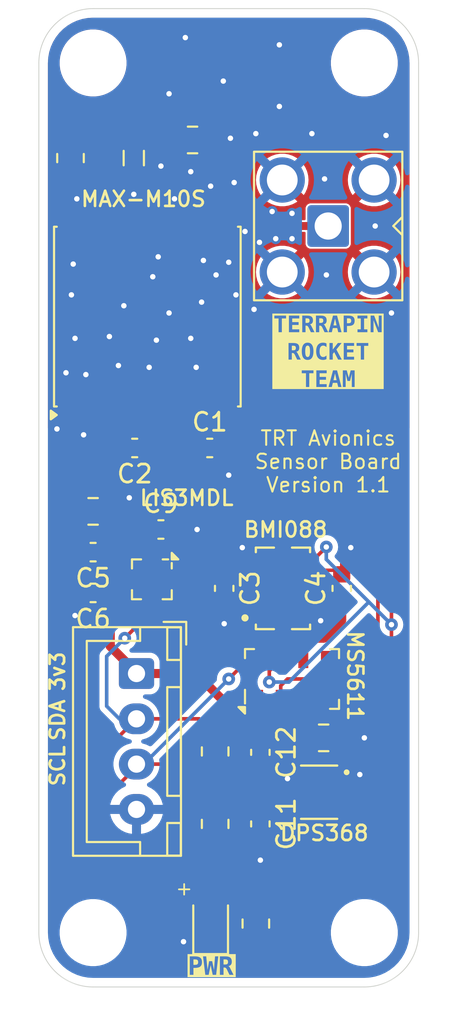
<source format=kicad_pcb>
(kicad_pcb (version 20240108) (generator "pcbnew") (generator_version "8.0")
  (layers (0 "F.Cu" signal) (31 "B.Cu" signal) (34 "B.Paste" user) (35 "F.Paste" user) (36 "B.SilkS" user "B.Silkscreen") (37 "F.SilkS" user "F.Silkscreen") (38 "B.Mask" user) (39 "F.Mask" user) (44 "Edge.Cuts" user))
  (net 0 "")
  (net 1 "GND")
  (net 2 "+3.3V")
  (net 3 "/RF_IN")
  (net 4 "/Antenna Power")
  (net 5 "Net-(U2-C1)")
  (net 7 "/VCC_RF")
  (net 13 "SCL1")
  (net 14 "SDA1")
  (net 27 "Net-(D1-A)")
  (footprint "Capacitor_SMD:C_0603_1608Metric" (layer "F.Cu") (at 99.25 79 -90)
    (property "Reference" "C3" (at 0 -1.43 -90) (layer "F.SilkS"))
    (property "Value" "100n")
    (pad "1" smd roundrect (at -0.775 0 270) (size 0.9 0.95) (layers "F.Cu" "F.Paste" "F.Mask") (net 2 "+3.3V"))
    (pad "2" smd roundrect (at 0.775 0 270) (size 0.9 0.95) (layers "F.Cu" "F.Paste" "F.Mask") (net 1 "GND"))
  )
  (footprint "LED_SMD:LED_0805_2012Metric" (layer "F.Cu") (at 98.5 97.5 90)
    (property "Reference" "D1" (hide yes))
    (property "Value" "PWR" (hide yes))
    (pad "1" smd roundrect (at -0.9375 0 90) (size 0.975 1.4) (layers "F.Cu" "F.Paste" "F.Mask") (net 1 "GND"))
    (pad "2" smd roundrect (at 0.9375 0 90) (size 0.975 1.4) (layers "F.Cu" "F.Paste" "F.Mask") (net 27 "Net-(D1-A)"))
  )
  (footprint "BMI088:PQFN50P450X300X100-16N" (layer "F.Cu") (at 102.5 79 90)
    (property "Reference" "U1" (hide yes))
    (property "Value" "BMI088")
    (pad "1" smd rect (at -1.5 -1.165 90) (size 0.35 0.59) (layers "F.Cu" "F.Paste" "F.Mask"))
    (pad "2" smd rect (at -1 -1.165 90) (size 0.35 0.59) (layers "F.Cu" "F.Paste" "F.Mask") (net 1 "GND"))
    (pad "3" smd rect (at -0.5 -1.165 90) (size 0.35 0.59) (layers "F.Cu" "F.Paste" "F.Mask") (net 2 "+3.3V"))
    (pad "4" smd rect (at 0 -1.165 90) (size 0.35 0.59) (layers "F.Cu" "F.Paste" "F.Mask") (net 1 "GND"))
    (pad "5" smd rect (at 0.5 -1.165 90) (size 0.35 0.59) (layers "F.Cu" "F.Paste" "F.Mask"))
    (pad "6" smd rect (at 1 -1.165 90) (size 0.35 0.59) (layers "F.Cu" "F.Paste" "F.Mask") (net 1 "GND"))
    (pad "7" smd rect (at 1.5 -1.165 90) (size 0.35 0.59) (layers "F.Cu" "F.Paste" "F.Mask") (net 2 "+3.3V"))
    (pad "8" smd rect (at 1.915 0 90) (size 0.59 0.35) (layers "F.Cu" "F.Paste" "F.Mask") (net 13 "SCL1"))
    (pad "9" smd rect (at 1.5 1.165 90) (size 0.35 0.59) (layers "F.Cu" "F.Paste" "F.Mask") (net 14 "SDA1"))
    (pad "10" smd rect (at 1 1.165 90) (size 0.35 0.59) (layers "F.Cu" "F.Paste" "F.Mask") (net 1 "GND"))
    (pad "11" smd rect (at 0.5 1.165 90) (size 0.35 0.59) (layers "F.Cu" "F.Paste" "F.Mask") (net 2 "+3.3V"))
    (pad "12" smd rect (at 0 1.165 90) (size 0.35 0.59) (layers "F.Cu" "F.Paste" "F.Mask"))
    (pad "13" smd rect (at -0.5 1.165 90) (size 0.35 0.59) (layers "F.Cu" "F.Paste" "F.Mask"))
    (pad "14" smd rect (at -1 1.165 90) (size 0.35 0.59) (layers "F.Cu" "F.Paste" "F.Mask") (net 2 "+3.3V"))
    (pad "15" smd rect (at -1.5 1.165 90) (size 0.35 0.59) (layers "F.Cu" "F.Paste" "F.Mask") (net 1 "GND"))
    (pad "16" smd rect (at -1.915 0 90) (size 0.59 0.35) (layers "F.Cu" "F.Paste" "F.Mask"))
  )
  (footprint "Capacitor_SMD:C_0805_2012Metric" (layer "F.Cu") (at 104.75 87.25)
    (property "Reference" "C10" (hide yes))
    (property "Value" "100n")
    (pad "1" smd roundrect (at -0.95 0) (size 1 1.45) (layers "F.Cu" "F.Paste" "F.Mask") (net 2 "+3.3V"))
    (pad "2" smd roundrect (at 0.95 0) (size 1 1.45) (layers "F.Cu" "F.Paste" "F.Mask") (net 1 "GND"))
  )
  (footprint "MountingHole:MountingHole_3.2mm_M3" (layer "F.Cu") (at 92 50)
    (property "Reference" "H2" (hide yes))
    (property "Value" "MountingHole")
    (pad "" np_thru_hole circle (at 0 0) (size 3.2 3.2) (drill 3.2) (layers "*.Cu" "*.Mask"))
  )
  (footprint "Capacitor_SMD:C_0603_1608Metric" (layer "F.Cu") (at 95.75 75.75)
    (property "Reference" "C9" (at 0 -1.43 0) (layer "F.SilkS"))
    (property "Value" "100n")
    (pad "1" smd roundrect (at -0.775 0) (size 0.9 0.95) (layers "F.Cu" "F.Paste" "F.Mask") (net 5 "Net-(U2-C1)"))
    (pad "2" smd roundrect (at 0.775 0) (size 0.9 0.95) (layers "F.Cu" "F.Paste" "F.Mask") (net 1 "GND"))
  )
  (footprint "Inductor_SMD:L_0805_2012Metric" (layer "F.Cu") (at 94.25 55.25 -90)
    (property "Reference" "L1" (hide yes))
    (property "Value" "27n")
    (pad "1" smd roundrect (at -1.0625 0 270) (size 0.875 1.2) (layers "F.Cu" "F.Paste" "F.Mask") (net 4 "/Antenna Power"))
    (pad "2" smd roundrect (at 1.0625 0 270) (size 0.875 1.2) (layers "F.Cu" "F.Paste" "F.Mask") (net 3 "/RF_IN"))
  )
  (footprint "Capacitor_SMD:C_0805_2012Metric" (layer "F.Cu") (at 97.5 54.25)
    (property "Reference" "C8" (hide yes))
    (property "Value" "10n")
    (pad "1" smd roundrect (at -0.95 0) (size 1 1.45) (layers "F.Cu" "F.Paste" "F.Mask") (net 4 "/Antenna Power"))
    (pad "2" smd roundrect (at 0.95 0) (size 1 1.45) (layers "F.Cu" "F.Paste" "F.Mask") (net 1 "GND"))
  )
  (footprint "Resistor_SMD:R_0805_2012Metric" (layer "F.Cu") (at 101 97.5 90)
    (property "Reference" "R2" (hide yes))
    (property "Value" "2k")
    (pad "1" smd roundrect (at -0.9125 0 90) (size 1.025 1.4) (layers "F.Cu" "F.Paste" "F.Mask") (roundrect_rratio 0.243902) (net 2 "+3.3V"))
    (pad "2" smd roundrect (at 0.9125 0 90) (size 1.025 1.4) (layers "F.Cu" "F.Paste" "F.Mask") (roundrect_rratio 0.243902) (net 27 "Net-(D1-A)"))
  )
  (footprint "MountingHole:MountingHole_3.2mm_M3" (layer "F.Cu") (at 107 98)
    (property "Reference" "H4" (hide yes))
    (property "Value" "MountingHole")
    (pad "" np_thru_hole circle (at 0 0) (size 3.2 3.2) (drill 3.2) (layers "*.Cu" "*.Mask"))
  )
  (footprint "Capacitor_SMD:C_0603_1608Metric" (layer "F.Cu") (at 92 79.25 180)
    (property "Reference" "C6" (at 0 -1.43 180) (layer "F.SilkS"))
    (property "Value" "100n")
    (pad "1" smd roundrect (at -0.775 0 180) (size 0.9 0.95) (layers "F.Cu" "F.Paste" "F.Mask") (net 2 "+3.3V"))
    (pad "2" smd roundrect (at 0.775 0 180) (size 0.9 0.95) (layers "F.Cu" "F.Paste" "F.Mask") (net 1 "GND"))
  )
  (footprint "Resistor_SMD:R_0805_2012Metric" (layer "F.Cu") (at 98.75 88 90)
    (property "Reference" "R3" (hide yes))
    (property "Value" "4k7")
    (pad "1" smd roundrect (at -0.9125 0 90) (size 1.025 1.4) (layers "F.Cu" "F.Paste" "F.Mask") (roundrect_rratio 0.243902) (net 2 "+3.3V"))
    (pad "2" smd roundrect (at 0.9125 0 90) (size 1.025 1.4) (layers "F.Cu" "F.Paste" "F.Mask") (roundrect_rratio 0.243902) (net 14 "SDA1"))
  )
  (footprint "Capacitor_SMD:C_0603_1608Metric" (layer "F.Cu") (at 94.3 71.25 180)
    (property "Reference" "C2" (at 0 -1.43 180) (layer "F.SilkS"))
    (property "Value" "100n")
    (pad "1" smd roundrect (at -0.775 0 180) (size 0.9 0.95) (layers "F.Cu" "F.Paste" "F.Mask") (net 2 "+3.3V"))
    (pad "2" smd roundrect (at 0.775 0 180) (size 0.9 0.95) (layers "F.Cu" "F.Paste" "F.Mask") (net 1 "GND"))
  )
  (footprint "Package_LGA:LGA-8_3x5mm_P1.25mm" (layer "F.Cu") (at 103 84 90)
    (property "Reference" "U4" (hide yes))
    (property "Value" "MS5611-01BA")
    (pad "1" smd rect (at -1.075 -1.875 90) (size 0.95 0.55) (layers "F.Cu" "F.Paste" "F.Mask") (net 2 "+3.3V"))
    (pad "2" smd rect (at -1.075 -0.625 90) (size 0.95 0.55) (layers "F.Cu" "F.Paste" "F.Mask") (net 2 "+3.3V"))
    (pad "3" smd rect (at -1.075 0.625 90) (size 0.95 0.55) (layers "F.Cu" "F.Paste" "F.Mask") (net 1 "GND"))
    (pad "4" smd rect (at -1.075 1.875 90) (size 0.95 0.55) (layers "F.Cu" "F.Paste" "F.Mask") (net 2 "+3.3V"))
    (pad "5" smd rect (at 1.075 1.875 90) (size 0.95 0.55) (layers "F.Cu" "F.Paste" "F.Mask") (net 2 "+3.3V"))
    (pad "6" smd rect (at 1.075 0.625 90) (size 0.95 0.55) (layers "F.Cu" "F.Paste" "F.Mask"))
    (pad "7" smd rect (at 1.075 -0.625 90) (size 0.95 0.55) (layers "F.Cu" "F.Paste" "F.Mask") (net 14 "SDA1"))
    (pad "8" smd rect (at 1.075 -1.875 90) (size 0.95 0.55) (layers "F.Cu" "F.Paste" "F.Mask") (net 13 "SCL1"))
  )
  (footprint "Capacitor_SMD:C_0603_1608Metric" (layer "F.Cu") (at 101.25 88.05 -90)
    (property "Reference" "C12" (at 0 -1.43 -90) (layer "F.SilkS"))
    (property "Value" "100n")
    (pad "1" smd roundrect (at -0.775 0 270) (size 0.9 0.95) (layers "F.Cu" "F.Paste" "F.Mask") (net 2 "+3.3V"))
    (pad "2" smd roundrect (at 0.775 0 270) (size 0.9 0.95) (layers "F.Cu" "F.Paste" "F.Mask") (net 1 "GND"))
  )
  (footprint "Connector_JST:JST_XH_B4B-XH-A_1x04_P2.50mm_Vertical" (layer "F.Cu") (at 94.4 83.7 -90)
    (property "Reference" "J1" (hide yes))
    (property "Value" "I2C")
    (pad "1" thru_hole roundrect (at 0 0 270) (size 1.7 1.95) (drill 0.95) (layers "*.Cu" "*.Mask") (roundrect_rratio 0.147059) (net 2 "+3.3V"))
    (pad "2" thru_hole oval (at 2.5 0 270) (size 1.7 1.95) (drill 0.95) (layers "*.Cu" "*.Mask") (net 14 "SDA1"))
    (pad "3" thru_hole oval (at 5 0 270) (size 1.7 1.95) (drill 0.95) (layers "*.Cu" "*.Mask") (net 13 "SCL1"))
    (pad "4" thru_hole oval (at 7.5 0 270) (size 1.7 1.95) (drill 0.95) (layers "*.Cu" "*.Mask") (net 1 "GND"))
  )
  (footprint "MountingHole:MountingHole_3.2mm_M3" (layer "F.Cu") (at 92 98)
    (property "Reference" "H3" (hide yes))
    (property "Value" "MountingHole")
    (pad "" np_thru_hole circle (at 0 0) (size 3.2 3.2) (drill 3.2) (layers "*.Cu" "*.Mask"))
  )
  (footprint "Capacitor_SMD:C_0603_1608Metric" (layer "F.Cu") (at 105.75 79 90)
    (property "Reference" "C4" (at 0 -1.43 90) (layer "F.SilkS"))
    (property "Value" "100n")
    (pad "1" smd roundrect (at -0.775 0 90) (size 0.9 0.95) (layers "F.Cu" "F.Paste" "F.Mask") (net 2 "+3.3V"))
    (pad "2" smd roundrect (at 0.775 0 90) (size 0.9 0.95) (layers "F.Cu" "F.Paste" "F.Mask") (net 1 "GND"))
  )
  (footprint "Resistor_SMD:R_0805_2012Metric" (layer "F.Cu") (at 98.75 92 90)
    (property "Reference" "R4" (hide yes))
    (property "Value" "4k7")
    (pad "1" smd roundrect (at -0.9125 0 90) (size 1.025 1.4) (layers "F.Cu" "F.Paste" "F.Mask") (roundrect_rratio 0.243902) (net 2 "+3.3V"))
    (pad "2" smd roundrect (at 0.9125 0 90) (size 1.025 1.4) (layers "F.Cu" "F.Paste" "F.Mask") (roundrect_rratio 0.243902) (net 13 "SCL1"))
  )
  (footprint "Capacitor_SMD:C_0603_1608Metric" (layer "F.Cu") (at 92 77 180)
    (property "Reference" "C5" (at 0 -1.43 180) (layer "F.SilkS"))
    (property "Value" "100n")
    (pad "1" smd roundrect (at -0.775 0 180) (size 0.9 0.95) (layers "F.Cu" "F.Paste" "F.Mask") (net 2 "+3.3V"))
    (pad "2" smd roundrect (at 0.775 0 180) (size 0.9 0.95) (layers "F.Cu" "F.Paste" "F.Mask") (net 1 "GND"))
  )
  (footprint "Connector_Coaxial:SMA_Amphenol_901-143_Horizontal" (layer "F.Cu") (at 105 59 180)
    (property "Reference" "J2" (hide yes))
    (property "Value" "SMA")
    (pad "1" thru_hole roundrect (at 0 0 180) (size 2.3 2.3) (drill 1.5) (layers "*.Cu" "*.Mask") (roundrect_rratio 0.087) (net 3 "/RF_IN"))
    (pad "2" thru_hole circle (at -2.54 -2.54 180) (size 2.5 2.5) (drill 1.7) (layers "*.Cu" "*.Mask") (net 1 "GND"))
    (pad "2" thru_hole circle (at -2.54 2.54 180) (size 2.5 2.5) (drill 1.7) (layers "*.Cu" "*.Mask") (net 1 "GND"))
    (pad "2" thru_hole circle (at 2.54 -2.54 180) (size 2.5 2.5) (drill 1.7) (layers "*.Cu" "*.Mask") (net 1 "GND"))
    (pad "2" thru_hole circle (at 2.54 2.54 180) (size 2.5 2.5) (drill 1.7) (layers "*.Cu" "*.Mask") (net 1 "GND"))
  )
  (footprint "RF_GPS:ublox_MAX" (layer "F.Cu") (at 95 64 90)
    (property "Reference" "U3" (hide yes))
    (property "Value" "MAX-M10S")
    (pad "1" smd roundrect (at -4.75 -4.4 90) (size 1.8 0.7) (layers "F.Cu" "F.Paste" "F.Mask") (net 1 "GND"))
    (pad "2" smd roundrect (at -4.75 -3.3 90) (size 1.8 0.8) (layers "F.Cu" "F.Paste" "F.Mask"))
    (pad "3" smd roundrect (at -4.75 -2.2 90) (size 1.8 0.8) (layers "F.Cu" "F.Paste" "F.Mask"))
    (pad "4" smd roundrect (at -4.75 -1.1 90) (size 1.8 0.8) (layers "F.Cu" "F.Paste" "F.Mask"))
    (pad "5" smd roundrect (at -4.75 0 90) (size 1.8 0.8) (layers "F.Cu" "F.Paste" "F.Mask"))
    (pad "6" smd roundrect (at -4.75 1.1 90) (size 1.8 0.8) (layers "F.Cu" "F.Paste" "F.Mask"))
    (pad "7" smd roundrect (at -4.75 2.2 90) (size 1.8 0.8) (layers "F.Cu" "F.Paste" "F.Mask") (net 2 "+3.3V"))
    (pad "8" smd roundrect (at -4.75 3.3 90) (size 1.8 0.8) (layers "F.Cu" "F.Paste" "F.Mask") (net 2 "+3.3V"))
    (pad "9" smd roundrect (at -4.75 4.4 90) (size 1.8 0.7) (layers "F.Cu" "F.Paste" "F.Mask"))
    (pad "10" smd roundrect (at 4.75 4.4 90) (size 1.8 0.7) (layers "F.Cu" "F.Paste" "F.Mask") (net 1 "GND"))
    (pad "11" smd roundrect (at 4.75 3.3 90) (size 1.8 0.8) (layers "F.Cu" "F.Paste" "F.Mask") (net 3 "/RF_IN"))
    (pad "12" smd roundrect (at 4.75 2.2 90) (size 1.8 0.8) (layers "F.Cu" "F.Paste" "F.Mask") (net 1 "GND"))
    (pad "13" smd roundrect (at 4.75 1.1 90) (size 1.8 0.8) (layers "F.Cu" "F.Paste" "F.Mask"))
    (pad "14" smd roundrect (at 4.75 0 90) (size 1.8 0.8) (layers "F.Cu" "F.Paste" "F.Mask") (net 7 "/VCC_RF"))
    (pad "15" smd roundrect (at 4.75 -1.1 90) (size 1.8 0.8) (layers "F.Cu" "F.Paste" "F.Mask"))
    (pad "16" smd roundrect (at 4.75 -2.2 90) (size 1.8 0.8) (layers "F.Cu" "F.Paste" "F.Mask") (net 14 "SDA1"))
    (pad "17" smd roundrect (at 4.75 -3.3 90) (size 1.8 0.8) (layers "F.Cu" "F.Paste" "F.Mask") (net 13 "SCL1"))
    (pad "18" smd roundrect (at 4.75 -4.4 90) (size 1.8 0.7) (layers "F.Cu" "F.Paste" "F.Mask"))
  )
  (footprint "Capacitor_SMD:C_0805_2012Metric" (layer "F.Cu") (at 92 74.75)
    (property "Reference" "C7" (hide yes))
    (property "Value" "1u")
    (pad "1" smd roundrect (at -0.95 0) (size 1 1.45) (layers "F.Cu" "F.Paste" "F.Mask") (net 2 "+3.3V"))
    (pad "2" smd roundrect (at 0.95 0) (size 1 1.45) (layers "F.Cu" "F.Paste" "F.Mask") (net 1 "GND"))
  )
  (footprint "Resistor_SMD:R_0805_2012Metric" (layer "F.Cu") (at 90.75 55.25 90)
    (property "Reference" "R1" (hide yes))
    (property "Value" "10R")
    (pad "1" smd roundrect (at -0.9125 0 90) (size 1.025 1.4) (layers "F.Cu" "F.Paste" "F.Mask") (roundrect_rratio 0.243902) (net 7 "/VCC_RF"))
    (pad "2" smd roundrect (at 0.9125 0 90) (size 1.025 1.4) (layers "F.Cu" "F.Paste" "F.Mask") (roundrect_rratio 0.243902) (net 4 "/Antenna Power"))
  )
  (footprint "DPS310XTSA1:XDCR_DPS310XTSA1" (layer "F.Cu") (at 104.5 90.25)
    (property "Reference" "U5" (hide yes))
    (property "Value" "DPS368")
    (pad "1" smd rect (at 0.725 -0.975) (size 0.35 0.35) (layers "F.Cu" "F.Mask") (net 1 "GND"))
    (pad "2" smd rect (at 0.725 -0.325) (size 0.35 0.35) (layers "F.Cu" "F.Mask"))
    (pad "3" smd rect (at 0.725 0.325) (size 0.35 0.35) (layers "F.Cu" "F.Mask") (net 14 "SDA1"))
    (pad "4" smd rect (at 0.725 0.975) (size 0.35 0.35) (layers "F.Cu" "F.Mask") (net 13 "SCL1"))
    (pad "5" smd rect (at -0.725 0.975) (size 0.35 0.35) (layers "F.Cu" "F.Mask") (net 2 "+3.3V"))
    (pad "6" smd rect (at -0.725 0.325) (size 0.35 0.35) (layers "F.Cu" "F.Mask") (net 2 "+3.3V"))
    (pad "7" smd rect (at -0.725 -0.325) (size 0.35 0.35) (layers "F.Cu" "F.Mask") (net 1 "GND"))
    (pad "8" smd rect (at -0.725 -0.975) (size 0.35 0.35) (layers "F.Cu" "F.Mask") (net 2 "+3.3V"))
  )
  (footprint "MountingHole:MountingHole_3.2mm_M3" (layer "F.Cu") (at 107 50)
    (property "Reference" "H1" (hide yes))
    (property "Value" "MountingHole")
    (pad "" np_thru_hole circle (at 0 0) (size 3.2 3.2) (drill 3.2) (layers "*.Cu" "*.Mask"))
  )
  (footprint "Capacitor_SMD:C_0603_1608Metric" (layer "F.Cu") (at 101.25 92 -90)
    (property "Reference" "C11" (at 0 -1.43 -90) (layer "F.SilkS"))
    (property "Value" "100n")
    (pad "1" smd roundrect (at -0.775 0 270) (size 0.9 0.95) (layers "F.Cu" "F.Paste" "F.Mask") (net 2 "+3.3V"))
    (pad "2" smd roundrect (at 0.775 0 270) (size 0.9 0.95) (layers "F.Cu" "F.Paste" "F.Mask") (net 1 "GND"))
  )
  (footprint "Package_LGA:LGA-12_2x2mm_P0.5mm" (layer "F.Cu") (at 95.25 78.5 -90)
    (property "Reference" "U2" (hide yes))
    (property "Value" "LIS3MDL")
    (pad "1" smd rect (at -0.7625 -0.75 270) (size 0.375 0.35) (layers "F.Cu" "F.Paste" "F.Mask") (net 13 "SCL1"))
    (pad "2" smd rect (at -0.7625 -0.25 270) (size 0.375 0.35) (layers "F.Cu" "F.Paste" "F.Mask") (net 1 "GND"))
    (pad "3" smd rect (at -0.7625 0.25 270) (size 0.375 0.35) (layers "F.Cu" "F.Paste" "F.Mask") (net 1 "GND"))
    (pad "4" smd rect (at -0.7625 0.75 270) (size 0.375 0.35) (layers "F.Cu" "F.Paste" "F.Mask") (net 5 "Net-(U2-C1)"))
    (pad "5" smd rect (at -0.25 0.7625) (size 0.375 0.35) (layers "F.Cu" "F.Paste" "F.Mask") (net 2 "+3.3V"))
    (pad "6" smd rect (at 0.25 0.7625) (size 0.375 0.35) (layers "F.Cu" "F.Paste" "F.Mask") (net 2 "+3.3V"))
    (pad "7" smd rect (at 0.7625 0.75 270) (size 0.375 0.35) (layers "F.Cu" "F.Paste" "F.Mask"))
    (pad "8" smd rect (at 0.7625 0.25 270) (size 0.375 0.35) (layers "F.Cu" "F.Paste" "F.Mask"))
    (pad "9" smd rect (at 0.7625 -0.25 270) (size 0.375 0.35) (layers "F.Cu" "F.Paste" "F.Mask") (net 1 "GND"))
    (pad "10" smd rect (at 0.7625 -0.75 270) (size 0.375 0.35) (layers "F.Cu" "F.Paste" "F.Mask") (net 2 "+3.3V"))
    (pad "11" smd rect (at 0.25 -0.7625) (size 0.375 0.35) (layers "F.Cu" "F.Paste" "F.Mask") (net 14 "SDA1"))
    (pad "12" smd rect (at -0.25 -0.7625) (size 0.375 0.35) (layers "F.Cu" "F.Paste" "F.Mask") (net 1 "GND"))
  )
  (footprint "Capacitor_SMD:C_0603_1608Metric" (layer "F.Cu") (at 98.45 71.25)
    (property "Reference" "C1" (at 0 -1.43 0) (layer "F.SilkS"))
    (property "Value" "100n")
    (pad "1" smd roundrect (at -0.775 0) (size 0.9 0.95) (layers "F.Cu" "F.Paste" "F.Mask") (net 2 "+3.3V"))
    (pad "2" smd roundrect (at 0.775 0) (size 0.9 0.95) (layers "F.Cu" "F.Paste" "F.Mask") (net 1 "GND"))
  )
  (gr_line (start 107 47) (end 92 47) (stroke (width 0.05)) (layer "Edge.Cuts"))
  (gr_arc (start 89 50) (mid 89.87868 47.87868) (end 92 47) (stroke (width 0.05)) (layer "Edge.Cuts"))
  (gr_arc (start 92 101) (mid 89.87868 100.12132) (end 89 98) (stroke (width 0.05)) (layer "Edge.Cuts"))
  (gr_arc (start 107 47) (mid 109.12132 47.87868) (end 110 50) (stroke (width 0.05)) (layer "Edge.Cuts"))
  (gr_line (start 92 101) (end 107 101) (stroke (width 0.05)) (layer "Edge.Cuts"))
  (gr_arc (start 110 98) (mid 109.12132 100.12132) (end 107 101) (stroke (width 0.05)) (layer "Edge.Cuts"))
  (gr_line (start 89 50) (end 89 98) (stroke (width 0.05)) (layer "Edge.Cuts"))
  (gr_line (start 110 98) (end 110 50) (stroke (width 0.05)) (layer "Edge.Cuts"))
  (gr_text "SDA" (at 90.5 87.5 90) (layer "F.SilkS") (effects (font (size 0.8 0.8) (thickness 0.153)) (justify left bottom)))
  (gr_text "+" (at 96.5 96 0) (layer "F.SilkS") (effects (font (size 0.7634 0.7634) (thickness 0.095425)) (justify left bottom)))
  (gr_text "LIS3MDL\n" (at 94.5 74.5 0) (layer "F.SilkS") (effects (font (size 0.8396 0.8396) (thickness 0.1464) (bold yes)) (justify left bottom)))
  (gr_text "DPS368" (at 102.25 93 0) (layer "F.SilkS") (effects (font (size 0.8396 0.8396) (thickness 0.1464) (bold yes)) (justify left bottom)))
  (gr_text "SCL" (at 90.5 90 90) (layer "F.SilkS") (effects (font (size 0.8 0.8) (thickness 0.153)) (justify left bottom)))
  (gr_text "3v3" (at 90.5 84.75 90) (layer "F.SilkS") (effects (font (size 0.8 0.8) (thickness 0.153)) (justify left bottom)))
  (gr_text "PWR" (at 98.5 100.5 0) (layer "F.SilkS" knockout) (effects (font (size 1 1) (thickness 0.25) (bold yes)) (justify bottom)))
  (gr_text "MS5611\n" (at 106 81.25 270) (layer "F.SilkS") (effects (font (size 0.8396 0.8396) (thickness 0.1464) (bold yes)) (justify left bottom)))
  (gr_text "MAX-M10S" (at 91.25 58 0) (layer "F.SilkS") (effects (font (size 0.8396 0.8396) (thickness 0.1464)) (justify left bottom)))
  (gr_text "BMI088" (at 100.25 76.25 0) (layer "F.SilkS") (effects (font (size 0.8396 0.8396) (thickness 0.1464) (bold yes)) (justify left bottom)))
  (gr_text "TERRAPIN\nROCKET\nTEAM" (at 105 66 0) (layer "F.SilkS" knockout) (effects (font (size 0.9 0.9) (thickness 0.225) (bold yes))))
  (gr_text "TRT Avionics\nSensor Board\nVersion 1.1" (at 105 72 0) (layer "F.SilkS") (effects (font (size 0.8 0.8) (thickness 0.1125))))
  (segment (start 101.25 89) (end 102.25 89) (width 0.2) (layer "F.Cu") (net 1))
  (segment (start 103.175 89.925) (end 103.775 89.925) (width 0.2) (layer "F.Cu") (net 1))
  (segment (start 91.05 80.45) (end 91 80.5) (width 0.5) (layer "F.Cu") (net 1))
  (segment (start 107 87.25) (end 105.7 87.25) (width 0.5) (layer "F.Cu") (net 1))
  (segment (start 101.335 78) (end 100.5 78) (width 0.2) (layer "F.Cu") (net 1))
  (segment (start 95.55 78.25) (end 95.5 78.2) (width 0.2) (layer "F.Cu") (net 1))
  (segment (start 96.7 75.75) (end 97.75 75.75) (width 0.2) (layer "F.Cu") (net 1))
  (segment (start 90.6 69.65) (end 92.2 71.25) (width 0.5) (layer "F.Cu") (net 1))
  (segment (start 100.5 77) (end 100.5 78.734314) (width 0.2) (layer "F.Cu") (net 1))
  (segment (start 100.5 77) (end 100.25 76.75) (width 0.2) (layer "F.Cu") (net 1))
  (segment (start 96.0125 78.25) (end 95.55 78.25) (width 0.2) (layer "F.Cu") (net 1))
  (segment (start 91.05 77) (end 91.05 79.25) (width 0.5) (layer "F.Cu") (net 1))
  (segment (start 104.3 86.05) (end 104.3 85.3) (width 0.2) (layer "F.Cu") (net 1))
  (segment (start 104.075 85.075) (end 103.625 85.075) (width 0.2) (layer "F.Cu") (net 1))
  (segment (start 99.4 71.25) (end 99.4 72.65) (width 0.5) (layer "F.Cu") (net 1))
  (segment (start 105.7 78) (end 105.75 78.05) (width 0.19) (layer "F.Cu") (net 1))
  (segment (start 97 98.5) (end 98.5 98.5) (width 0.5) (layer "F.Cu") (net 1))
  (segment (start 92.95 74.75) (end 93.25 74.75) (width 0.5) (layer "F.Cu") (net 1))
  (segment (start 105.7 86.95) (end 105 86.25) (width 0.2) (layer "F.Cu") (net 1))
  (segment (start 99.4 72.65) (end 99.5 72.75) (width 0.5) (layer "F.Cu") (net 1))
  (segment (start 102.25 89) (end 103.175 89.925) (width 0.2) (layer "F.Cu") (net 1))
  (segment (start 91.05 79.25) (end 91.05 80.45) (width 0.5) (layer "F.Cu") (net 1))
  (segment (start 95.5 78.2) (end 95.5 77.7375) (width 0.2) (layer "F.Cu") (net 1))
  (segment (start 101.335 80) (end 99.3 80) (width 0.2) (layer "F.Cu") (net 1))
  (segment (start 95.5 79.2625) (end 95.5 77.7375) (width 0.2) (layer "F.Cu") (net 1))
  (segment (start 90.6 68.75) (end 90.6 69.65) (width 0.5) (layer "F.Cu") (net 1))
  (segment (start 93.25 74.75) (end 94 74) (width 0.5) (layer "F.Cu") (net 1))
  (segment (start 104.3 80.5) (end 104.584314 80.784314) (width 0.2) (layer "F.Cu") (net 1))
  (segment (start 101.25 92.95) (end 101.25 94) (width 0.5) (layer "F.Cu") (net 1))
  (segment (start 103.665 80.5) (end 104.3 80.5) (width 0.2) (layer "F.Cu") (net 1))
  (segment (start 96.7 75.75) (end 95.5 76.95) (width 0.2) (layer "F.Cu") (net 1))
  (segment (start 100.5 78.734314) (end 100.765686 79) (width 0.2) (layer "F.Cu") (net 1))
  (segment (start 105.75 77.25) (end 106.25 76.75) (width 0.19) (layer "F.Cu") (net 1))
  (segment (start 100.765686 79) (end 101.335 79) (width 0.2) (layer "F.Cu") (net 1))
  (segment (start 95.5 76.95) (end 95.5 77.7375) (width 0.2) (layer "F.Cu") (net 1))
  (segment (start 92.2 71.25) (end 93.35 71.25) (width 0.5) (layer "F.Cu") (net 1))
  (segment (start 104.5 86.25) (end 104.3 86.05) (width 0.2) (layer "F.Cu") (net 1))
  (segment (start 106.75 89.275) (end 105.225 89.275) (width 0.2) (layer "F.Cu") (net 1))
  (segment (start 105 86.25) (end 104.5 86.25) (width 0.2) (layer "F.Cu") (net 1))
  (segment (start 95 77.7375) (end 95.5 77.7375) (width 0.2) (layer "F.Cu") (net 1))
  (segment (start 105.75 78.05) (end 105.75 77.25) (width 0.19) (layer "F.Cu") (net 1))
  (segment (start 103.665 78) (end 105.7 78) (width 0.19) (layer "F.Cu") (net 1))
  (segment (start 104.3 85.3) (end 104.075 85.075) (width 0.2) (layer "F.Cu") (net 1))
  (segment (start 99.25 79.95) (end 99.25 80.95) (width 0.2) (layer "F.Cu") (net 1))
  (via (at 95.75 55.6925) (size 0.6) (drill 0.3) (layers "F.Cu" "B.Cu") (net 1))
  (via (at 107.6 59) (size 0.6) (drill 0.3) (layers "F.Cu" "B.Cu") (net 1))
  (via (at 99.5 61) (size 0.6) (drill 0.3) (layers "F.Cu" "B.Cu") (net 1))
  (via (at 104.9 61.7) (size 0.6) (drill 0.3) (layers "F.Cu" "B.Cu") (net 1))
  (via (at 101 53.9) (size 0.6) (drill 0.3) (layers "F.Cu" "B.Cu") (net 1))
  (via (at 100.25 76.75) (size 0.7) (drill 0.3) (layers "F.Cu" "B.Cu") (net 1))
  (via (at 95.3 61.8) (size 0.6) (drill 0.3) (layers "F.Cu" "B.Cu") (net 1))
  (via (at 91 65.2) (size 0.6) (drill 0.3) (layers "F.Cu" "B.Cu") (net 1))
  (via (at 94 74) (size 0.7) (drill 0.3) (layers "F.Cu" "B.Cu") (net 1))
  (via (at 104.584314 80.784314) (size 0.7) (drill 0.3) (layers "F.Cu" "B.Cu") (net 1))
  (via (at 98.8 61.7) (size 0.6) (drill 0.3) (layers "F.Cu" "B.Cu") (net 1))
  (via (at 91.475 70.525) (size 0.7) (drill 0.3) (layers "F.Cu" "B.Cu") (net 1))
  (via (at 103 58.3) (size 0.6) (drill 0.3) (layers "F.Cu" "B.Cu") (net 1))
  (via (at 99.5 72.75) (size 0.7) (drill 0.3) (layers "F.Cu" "B.Cu") (net 1))
  (via (at 106.75 89.275) (size 0.7) (drill 0.3) (layers "F.Cu" "B.Cu") (net 1))
  (via (at 98 63.2) (size 0.6) (drill 0.3) (layers "F.Cu" "B.Cu") (net 1))
  (via (at 97.4 65.2) (size 0.6) (drill 0.3) (layers "F.Cu" "B.Cu") (net 1))
  (via (at 99.59375 54.15625) (size 0.7) (drill 0.3) (layers "F.Cu" "B.Cu") (net 1))
  (via (at 107 87.25) (size 0.7) (drill 0.3) (layers "F.Cu" "B.Cu") (net 1))
  (via (at 96.5 57.5) (size 0.6) (drill 0.3) (layers "F.Cu" "B.Cu") (net 1))
  (via (at 91 80.5) (size 0.7) (drill 0.3) (layers "F.Cu" "B.Cu") (net 1))
  (via (at 102.75 89.5) (size 0.7) (drill 0.3) (layers "F.Cu" "B.Cu") (net 1))
  (via (at 108.5 63.8) (size 0.6) (drill 0.3) (layers "F.Cu" "B.Cu") (net 1))
  (via (at 97.75 75.75) (size 0.7) (drill 0.3) (layers "F.Cu" "B.Cu") (net 1))
  (via (at 95.6 60.7) (size 0.6) (drill 0.3) (layers "F.Cu" "B.Cu") (net 1))
  (via (at 97.4 56) (size 0.6) (drill 0.3) (layers "F.Cu" "B.Cu") (net 1))
  (via (at 98.5 56.8) (size 0.6) (drill 0.3) (layers "F.Cu" "B.Cu") (net 1))
  (via (at 99.2 51) (size 0.6) (drill 0.3) (layers "F.Cu" "B.Cu") (net 1))
  (via (at 104.1 53.9) (size 0.6) (drill 0.3) (layers "F.Cu" "B.Cu") (net 1))
  (via (at 91.6 67.2) (size 0.6) (drill 0.3) (layers "F.Cu" "B.Cu") (net 1))
  (via (at 100.9 63.6) (size 0.6) (drill 0.3) (layers "F.Cu" "B.Cu") (net 1))
  (via (at 101.9 58.2) (size 0.6) (drill 0.3) (layers "F.Cu" "B.Cu") (net 1))
  (via (at 95.5 65.3) (size 0.6) (drill 0.3) (layers "F.Cu" "B.Cu") (net 1))
  (via (at 96.2 63.8) (size 0.6) (drill 0.3) (layers "F.Cu" "B.Cu") (net 1))
  (via (at 102.3 52.4) (size 0.6) (drill 0.3) (layers "F.Cu" "B.Cu") (net 1))
  (via (at 97.1 48.6) (size 0.6) (drill 0.3) (layers "F.Cu" "B.Cu") (net 1))
  (via (at 100.4 59.3) (size 0.6) (drill 0.3) (layers "F.Cu" "B.Cu") (net 1))
  (via (at 90.9 61.1) (size 0.6) (drill 0.3) (layers "F.Cu" "B.Cu") (net 1))
  (via (at 92.9 65.1) (size 0.6) (drill 0.3) (layers "F.Cu" "B.Cu") (net 1))
  (via (at 97.7 66.8) (size 0.6) (drill 0.3) (layers "F.Cu" "B.Cu") (net 1))
  (via (at 96.2 51.7) (size 0.6) (drill 0.3) (layers "F.Cu" "B.Cu") (net 1))
  (via (at 104.8 56.4) (size 0.6) (drill 0.3) (layers "F.Cu" "B.Cu") (net 1))
  (via (at 98.1 60.9) (size 0.6) (drill 0.3) (layers "F.Cu" "B.Cu") (net 1))
  (via (at 99.8 56.6) (size 0.6) (drill 0.3) (layers "F.Cu" "B.Cu") (net 1))
  (via (at 93.7 63.4) (size 0.6) (drill 0.3) (layers "F.Cu" "B.Cu") (net 1))
  (via (at 90 70.2) (size 0.6) (drill 0.3) (layers "F.Cu" "B.Cu") (net 1))
  (via (at 91.1 57.5) (size 0.6) (drill 0.3) (layers "F.Cu" "B.Cu") (net 1))
  (via (at 99.9 62.8) (size 0.6) (drill 0.3) (layers "F.Cu" "B.Cu") (net 1))
  (via (at 106.25 76.75) (size 0.7) (drill 0.3) (layers "F.Cu" "B.Cu") (net 1))
  (via (at 90.8 62.8) (size 0.6) (drill 0.3) (layers "F.Cu" "B.Cu") (net 1))
  (via (at 95.1 66.8) (size 0.6) (drill 0.3) (layers "F.Cu" "B.Cu") (net 1))
  (via (at 101.2 59.9) (size 0.6) (drill 0.3) (layers "F.Cu" "B.Cu") (net 1))
  (via (at 102.1 59.7) (size 0.6) (drill 0.3) (layers "F.Cu" "B.Cu") (net 1))
  (via (at 99.25 80.95) (size 0.7) (drill 0.3) (layers "F.Cu" "B.Cu") (net 1))
  (via (at 108.2 54) (size 0.6) (drill 0.3) (layers "F.Cu" "B.Cu") (net 1))
  (via (at 101.25 94) (size 0.7) (drill 0.3) (layers "F.Cu" "B.Cu") (net 1))
  (via (at 97 98.5) (size 0.7) (drill 0.3) (layers "F.Cu" "B.Cu") (net 1))
  (via (at 90.5 67.1) (size 0.6) (drill 0.3) (layers "F.Cu" "B.Cu") (net 1))
  (via (at 103 59.7) (size 0.6) (drill 0.3) (layers "F.Cu" "B.Cu") (net 1))
  (via (at 102.3 49) (size 0.6) (drill 0.3) (layers "F.Cu" "B.Cu") (net 1))
  (via (at 94.25 57.25) (size 0.6) (drill 0.3) (layers "F.Cu" "B.Cu") (net 1))
  (via (at 93.4 66.7) (size 0.6) (drill 0.3) (layers "F.Cu" "B.Cu") (net 1))
  (segment (start 104.16 78.5) (end 104.75 79.09) (width 0.2) (layer "F.Cu") (net 2))
  (segment (start 96.75 70.25) (end 95.5 70.25) (width 0.5) (layer "F.Cu") (net 2))
  (segment (start 92.95 76.95) (end 91.05 75.05) (width 0.5) (layer "F.Cu") (net 2))
  (segment (start 92.95 82.2) (end 92.95 79.25) (width 0.5) (layer "F.Cu") (net 2))
  (segment (start 104.875 84) (end 104.875 85.075) (width 0.2) (layer "F.Cu") (net 2))
  (segment (start 103.775 87.725) (end 103.775 89.275) (width 0.2) (layer "F.Cu") (net 2))
  (segment (start 97.2 69.8) (end 96.75 70.25) (width 0.5) (layer "F.Cu") (net 2))
  (segment (start 97.5 71.25) (end 95.25 71.25) (width 0.5) (layer "F.Cu") (net 2))
  (segment (start 101.335 79.5) (end 100.7 79.5) (width 0.2) (layer "F.Cu") (net 2))
  (segment (start 99.25 76.625) (end 99.25 78.05) (width 0.2) (layer "F.Cu") (net 2))
  (segment (start 100.3 92) (end 99.6625 92) (width 0.5) (layer "F.Cu") (net 2))
  (segment (start 97.75 81.75) (end 97.75 79.25) (width 0.5) (layer "F.Cu") (net 2))
  (segment (start 102.5 98) (end 102.5 95.5) (width 0.5) (layer "F.Cu") (net 2))
  (segment (start 94.4 83.7) (end 97.5 83.7) (width 0.5) (layer "F.Cu") (net 2))
  (segment (start 97.7 83.7) (end 97.75 83.65) (width 0.5) (layer "F.Cu") (net 2))
  (segment (start 103.775 91.225) (end 103.775 90.575) (width 0.2) (layer "F.Cu") (net 2))
  (segment (start 105.75 80.75) (end 105.75 79.95) (width 0.5) (layer "F.Cu") (net 2))
  (segment (start 104.75 79.09) (end 104.75 80) (width 0.2) (layer "F.Cu") (net 2))
  (segment (start 94.4 83.65) (end 92.95 82.2) (width 0.5) (layer "F.Cu") (net 2))
  (segment (start 94.4875 78.25) (end 94.2 78.25) (width 0.2) (layer "F.Cu") (net 2))
  (segment (start 98 71.25) (end 98.3 70.95) (width 0.5) (layer "F.Cu") (net 2))
  (segment (start 96 79.725) (end 95.725 80) (width 0.2) (layer "F.Cu") (net 2))
  (segment (start 103.775 90.575) (end 102.95 90.575) (width 0.2) (layer "F.Cu") (net 2))
  (segment (start 100.96875 91.05) (end 98.83125 88.9125) (width 0.5) (layer "F.Cu") (net 2))
  (segment (start 101.335 76.585) (end 100.85 76.1) (width 0.2) (layer "F.Cu") (net 2))
  (segment (start 96 79.2625) (end 96 79.725) (width 0.2) (layer "F.Cu") (net 2))
  (segment (start 98.3 70.95) (end 98.3 68.75) (width 0.5) (layer "F.Cu") (net 2))
  (segment (start 102.6 87.1) (end 102.75 87.25) (width 0.5) (layer "F.Cu") (net 2))
  (segment (start 97.7 83.7) (end 101.1 87.1) (width 0.5) (layer "F.Cu") (net 2))
  (segment (start 99.775 76.1) (end 99.25 76.625) (width 0.2) (layer "F.Cu") (net 2))
  (segment (start 97.75 83.65) (end 97.75 81.75) (width 0.5) (layer "F.Cu") (net 2))
  (segment (start 91.05 74.75) (end 92.8 73) (width 0.5) (layer "F.Cu") (net 2))
  (segment (start 102.475 91.05) (end 101.25 91.05) (width 0.2) (layer "F.Cu") (net 2))
  (segment (start 103.665 80) (end 104.75 80) (width 0.2) (layer "F.Cu") (net 2))
  (segment (start 102.0875 98.4125) (end 102.5 98) (width 0.5) (layer "F.Cu") (net 2))
  (segment (start 102.375 84.375) (end 102.375 85.075) (width 0.2) (layer "F.Cu") (net 2))
  (segment (start 101.25 91.05) (end 100.3 92) (width 0.5) (layer "F.Cu") (net 2))
  (segment (start 102.5 95.5) (end 102 95) (width 0.5) (layer "F.Cu") (net 2))
  (segment (start 99.0875 88.9125) (end 100.9 87.1) (width 0.5) (layer "F.Cu") (net 2))
  (segment (start 92.8 73) (end 93.5 73) (width 0.5) (layer "F.Cu") (net 2))
  (segment (start 104.875 82.925) (end 104.875 84) (width 0.2) (layer "F.Cu") (net 2))
  (segment (start 97.5 71.25) (end 98 71.25) (width 0.5) (layer "F.Cu") (net 2))
  (segment (start 97.2 68.75) (end 97.2 69.8) (width 0.5) (layer "F.Cu") (net 2))
  (segment (start 94.2 78.25) (end 92.95 77) (width 0.2) (layer "F.Cu") (net 2))
  (segment (start 97.75 79.25) (end 98.95 78.05) (width 0.5) (layer "F.Cu") (net 2))
  (segment (start 104.75 80) (end 105.7 80) (width 0.2) (layer "F.Cu") (net 2))
  (segment (start 102.825 85.075) (end 103 85.25) (width 0.2) (layer "F.Cu") (net 2))
  (segment (start 101.335 77.5) (end 101.335 76.585) (width 0.2) (layer "F.Cu") (net 2))
  (segment (start 95.5 70.25) (end 95.25 70.5) (width 0.5) (layer "F.Cu") (net 2))
  (segment (start 104.875 84) (end 102.75 84) (width 0.2) (layer "F.Cu") (net 2))
  (segment (start 102.75 84) (end 102.375 84.375) (width 0.2) (layer "F.Cu") (net 2))
  (segment (start 103 85.25) (end 103 86.45) (width 0.2) (layer "F.Cu") (net 2))
  (segment (start 103 86.45) (end 103.8 87.25) (width 0.2) (layer "F.Cu") (net 2))
  (segment (start 95.725 80) (end 93.7 80) (width 0.2) (layer "F.Cu") (net 2))
  (segment (start 102 95) (end 99.5 95) (width 0.5) (layer "F.Cu") (net 2))
  (segment (start 99.6625 92) (end 98.75 92.9125) (width 0.5) (layer "F.Cu") (net 2))
  (segment (start 100.85 76.1) (end 99.775 76.1) (width 0.2) (layer "F.Cu") (net 2))
  (segment (start 92.95 79.25) (end 92.95 77) (width 0.5) (layer "F.Cu") (net 2))
  (segment (start 93.5 73) (end 95.25 71.25) (width 0.5) (layer "F.Cu") (net 2))
  (segment (start 104.75 81.75) (end 105.75 80.75) (width 0.5) (layer "F.Cu") (net 2))
  (segment (start 101.25 87.1) (end 102.6 87.1) (width 0.5) (layer "F.Cu") (net 2))
  (segment (start 102.375 85.075) (end 102.825 85.075) (width 0.2) (layer "F.Cu") (net 2))
  (segment (start 94.4875 78.75) (end 93.45 78.75) (width 0.2) (layer "F.Cu") (net 2))
  (segment (start 93.45 78.75) (end 92.95 79.25) (width 0.2) (layer "F.Cu") (net 2))
  (segment (start 99.5 95) (end 98.75 94.25) (width 0.5) (layer "F.Cu") (net 2))
  (segment (start 102.75 87.25) (end 103.8 87.25) (width 0.5) (layer "F.Cu") (net 2))
  (segment (start 100.7 79.5) (end 99.25 78.05) (width 0.2) (layer "F.Cu") (net 2))
  (segment (start 103.665 78.5) (end 104.16 78.5) (width 0.2) (layer "F.Cu") (net 2))
  (segment (start 97.75 81.75) (end 104.75 81.75) (width 0.5) (layer "F.Cu") (net 2))
  (segment (start 101 98.4125) (end 102.0875 98.4125) (width 0.5) (layer "F.Cu") (net 2))
  (segment (start 93.7 80) (end 92.95 79.25) (width 0.2) (layer "F.Cu") (net 2))
  (segment (start 97.5 83.7) (end 97.7 83.7) (width 0.5) (layer "F.Cu") (net 2))
  (segment (start 95.25 70.5) (end 95.25 71.25) (width 0.5) (layer "F.Cu") (net 2))
  (segment (start 98.75 94.25) (end 98.75 92.9125) (width 0.5) (layer "F.Cu") (net 2))
  (segment (start 102.375 85.075) (end 101.125 85.075) (width 0.2) (layer "F.Cu") (net 2))
  (segment (start 102.95 90.575) (end 102.475 91.05) (width 0.2) (layer "F.Cu") (net 2))
  (segment (start 104.1 58.1) (end 105 59) (width 0.2) (layer "F.Cu") (net 3))
  (segment (start 98.3 58.35) (end 98.3 59.25) (width 0.2) (layer "F.Cu") (net 3))
  (segment (start 100.3 57.6) (end 101.7 59) (width 0.44) (layer "F.Cu") (net 3))
  (segment (start 96.4125 56.3125) (end 98.3 58.2) (width 0.44) (layer "F.Cu") (net 3))
  (segment (start 98.3 58.2) (end 98.3 58.35) (width 0.44) (layer "F.Cu") (net 3))
  (segment (start 94.25 56.3125) (end 96.4125 56.3125) (width 0.44) (layer "F.Cu") (net 3))
  (segment (start 99.1 57.6) (end 98.3 58.4) (width 0.44) (layer "F.Cu") (net 3))
  (segment (start 101.7 59) (end 105 59) (width 0.44) (layer "F.Cu") (net 3))
  (segment (start 99.1 57.6) (end 100.3 57.6) (width 0.44) (layer "F.Cu") (net 3))
  (segment (start 98.3 58.4) (end 98.3 59.25) (width 0.44) (layer "F.Cu") (net 3))
  (segment (start 96.55 54.25) (end 90.8375 54.25) (width 0.5) (layer "F.Cu") (net 4))
  (segment (start 90.8375 54.25) (end 90.75 54.3375) (width 0.5) (layer "F.Cu") (net 4))
  (segment (start 94.5 77.7375) (end 94.5 76.05) (width 0.2) (layer "F.Cu") (net 5))
  (segment (start 93.75 58) (end 92.5875 58) (width 0.2) (layer "F.Cu") (net 7))
  (segment (start 94.65 58) (end 93.7375 58) (width 0.2) (layer "F.Cu") (net 7))
  (segment (start 95 58.35) (end 94.65 58) (width 0.2) (layer "F.Cu") (net 7))
  (segment (start 90.75 56.0125) (end 91 55.7625) (width 0.2) (layer "F.Cu") (net 7))
  (segment (start 90.75 56.1625) (end 90.75 56.0125) (width 0.2) (layer "F.Cu") (net 7))
  (segment (start 92.5875 58) (end 90.75 56.1625) (width 0.2) (layer "F.Cu") (net 7))
  (segment (start 95 59.25) (end 95 58.35) (width 0.2) (layer "F.Cu") (net 7))
  (segment (start 99.269116 97.5) (end 97.961768 97.5) (width 0.2) (layer "F.Cu") (net 13))
  (segment (start 96.25 62.5) (end 93.5 62.5) (width 0.2) (layer "F.Cu") (net 13))
  (segment (start 94.4 88.85) (end 94.4 88.7) (width 0.2) (layer "F.Cu") (net 13))
  (segment (start 96.3625 88.7) (end 94.4 88.7) (width 0.2) (layer "F.Cu") (net 13))
  (segment (start 105.225 91.225) (end 105.225 93.525) (width 0.2) (layer "F.Cu") (net 13))
  (segment (start 92.75 90.5) (end 94.4 88.85) (width 0.2) (layer "F.Cu") (net 13))
  (segment (start 107.75 78.080761) (end 107.75 74) (width 0.2) (layer "F.Cu") (net 13))
  (segment (start 103 75.75) (end 101.5 75.75) (width 0.2) (layer "F.Cu") (net 13))
  (segment (start 102.5 75.75) (end 102.5 77.085) (width 0.2) (layer "F.Cu") (net 13))
  (segment (start 104.5 88.75) (end 104.75 88.5) (width 0.2) (layer "F.Cu") (net 13))
  (segment (start 103 75.75) (end 102.5 75.75) (width 0.2) (layer "F.Cu") (net 13))
  (segment (start 107.75 75.75) (end 103 75.75) (width 0.2) (layer "F.Cu") (net 13))
  (segment (start 99.5 84) (end 100.575 82.925) (width 0.2) (layer "F.Cu") (net 13))
  (segment (start 107 88.5) (end 107.75 87.75) (width 0.2) (layer "F.Cu") (net 13))
  (segment (start 100.575 82.925) (end 101.125 82.925) (width 0.2) (layer "F.Cu") (net 13))
  (segment (start 98.919239 75.5) (end 96.681739 77.7375) (width 0.2) (layer "F.Cu") (net 13))
  (segment (start 104.5 90.875) (end 104.5 88.75) (width 0.2) (layer "F.Cu") (net 13))
  (segment (start 103.25 98.527818) (end 102.277818 99.5) (width 0.2) (layer "F.Cu") (net 13))
  (segment (start 97.961768 97.5) (end 92.75 92.288232) (width 0.2) (layer "F.Cu") (net 13))
  (segment (start 107.75 78.080761) (end 107.75 75.75) (width 0.2) (layer "F.Cu") (net 13))
  (segment (start 101.5 75.75) (end 101.25 75.5) (width 0.2) (layer "F.Cu") (net 13))
  (segment (start 96.681739 77.7375) (end 96 77.7375) (width 0.2) (layer "F.Cu") (net 13))
  (segment (start 107.75 74) (end 96.25 62.5) (width 0.2) (layer "F.Cu") (net 13))
  (segment (start 93.5 62.5) (end 91.7 60.7) (width 0.2) (layer "F.Cu") (net 13))
  (segment (start 100.25 99.5) (end 99.75 99) (width 0.2) (layer "F.Cu") (net 13))
  (segment (start 105.225 93.525) (end 103.25 95.5) (width 0.2) (layer "F.Cu") (net 13))
  (segment (start 103.25 95.5) (end 103.25 98.527818) (width 0.2) (layer "F.Cu") (net 13))
  (segment (start 96.3625 88.7) (end 98.75 91.0875) (width 0.2) (layer "F.Cu") (net 13))
  (segment (start 99.75 99) (end 99.75 97.980884) (width 0.2) (layer "F.Cu") (net 13))
  (segment (start 107.75 87.75) (end 107.75 78.080761) (width 0.2) (layer "F.Cu") (net 13))
  (segment (start 99.75 97.980884) (end 99.269116 97.5) (width 0.2) (layer "F.Cu") (net 13))
  (segment (start 102.277818 99.5) (end 100.25 99.5) (width 0.2) (layer "F.Cu") (net 13))
  (segment (start 92.75 92.288232) (end 92.75 90.5) (width 0.2) (layer "F.Cu") (net 13))
  (segment (start 105.225 91.225) (end 104.85 91.225) (width 0.2) (layer "F.Cu") (net 13))
  (segment (start 101.25 75.5) (end 98.919239 75.5) (width 0.2) (layer "F.Cu") (net 13))
  (segment (start 91.7 60.7) (end 91.7 59.25) (width 0.2) (layer "F.Cu") (net 13))
  (segment (start 104.75 88.5) (end 107 88.5) (width 0.2) (layer "F.Cu") (net 13))
  (segment (start 104.85 91.225) (end 104.5 90.875) (width 0.2) (layer "F.Cu") (net 13))
  (via (at 99.5 84) (size 0.7) (drill 0.3) (layers "F.Cu" "B.Cu") (net 13))
  (segment (start 94.8 88.7) (end 94.4 88.7) (width 0.2) (layer "B.Cu") (net 13))
  (segment (start 99.5 84) (end 94.8 88.7) (width 0.2) (layer "B.Cu") (net 13))
  (segment (start 106.75 91.75) (end 106.75 93.315686) (width 0.2) (layer "F.Cu") (net 14))
  (segment (start 93.75 81.75) (end 94.75 80.75) (width 0.2) (layer "F.Cu") (net 14))
  (segment (start 92 92.25) (end 92 88.6) (width 0.2) (layer "F.Cu") (net 14))
  (segment (start 96.75 79.05) (end 96.45 78.75) (width 0.2) (layer "F.Cu") (net 14))
  (segment (start 96.25 99.25) (end 96.25 96.5) (width 0.2) (layer "F.Cu") (net 14))
  (segment (start 96 80.75) (end 96.75 80) (width 0.2) (layer "F.Cu") (net 14))
  (segment (start 108.5 81) (end 108.5 72.75) (width 0.2) (layer "F.Cu") (net 14))
  (segment (start 96.75 80) (end 96.75 79.05) (width 0.2) (layer "F.Cu") (net 14))
  (segment (start 102.75 100) (end 97 100) (width 0.2) (layer "F.Cu") (net 14))
  (segment (start 106.75 93.315686) (end 103.65 96.415686) (width 0.2) (layer "F.Cu") (net 14))
  (segment (start 108.5 90) (end 108.5 81) (width 0.2) (layer "F.Cu") (net 14))
  (segment (start 103.65 96.415686) (end 103.65 99.1) (width 0.2) (layer "F.Cu") (net 14))
  (segment (start 92 88.6) (end 94.4 86.2) (width 0.2) (layer "F.Cu") (net 14))
  (segment (start 108.5 72.75) (end 97 61.25) (width 0.2) (layer "F.Cu") (net 14))
  (segment (start 97 61.25) (end 93.5 61.25) (width 0.2) (layer "F.Cu") (net 14))
  (segment (start 101.743557 84.170501) (end 101.743557 83.556443) (width 0.2) (layer "F.Cu") (net 14))
  (segment (start 105.225 90.575) (end 105.575 90.575) (width 0.2) (layer "F.Cu") (net 14))
  (segment (start 98.75 87.0875) (end 97.8625 86.2) (width 0.2) (layer "F.Cu") (net 14))
  (segment (start 103.65 99.1) (end 102.75 100) (width 0.2) (layer "F.Cu") (net 14))
  (segment (start 93.5 61.25) (end 92.8 60.55) (width 0.2) (layer "F.Cu") (net 14))
  (segment (start 106.75 91.75) (end 108.5 90) (width 0.2) (layer "F.Cu") (net 14))
  (segment (start 105.575 90.575) (end 106.75 91.75) (width 0.2) (layer "F.Cu") (net 14))
  (segment (start 96.45 78.75) (end 96.0125 78.75) (width 0.2) (layer "F.Cu") (net 14))
  (segment (start 97.8625 86.2) (end 94.4 86.2) (width 0.2) (layer "F.Cu") (net 14))
  (segment (start 92.8 60.55) (end 92.8 59.25) (width 0.2) (layer "F.Cu") (net 14))
  (segment (start 104.896183 76.715394) (end 104.111577 77.5) (width 0.2) (layer "F.Cu") (net 14))
  (segment (start 104.111577 77.5) (end 103.665 77.5) (width 0.2) (layer "F.Cu") (net 14))
  (segment (start 94.75 80.75) (end 96 80.75) (width 0.2) (layer "F.Cu") (net 14))
  (segment (start 97 100) (end 96.25 99.25) (width 0.2) (layer "F.Cu") (net 14))
  (segment (start 96.25 96.5) (end 92 92.25) (width 0.2) (layer "F.Cu") (net 14))
  (segment (start 101.743557 83.556443) (end 102.375 82.925) (width 0.2) (layer "F.Cu") (net 14))
  (via (at 108.5 81) (size 0.7) (drill 0.3) (layers "F.Cu" "B.Cu") (net 14))
  (via (at 104.896183 76.715394) (size 0.7) (drill 0.3) (layers "F.Cu" "B.Cu") (net 14))
  (via (at 93.75 81.75) (size 0.7) (drill 0.3) (layers "F.Cu" "B.Cu") (net 14))
  (via (at 101.743557 84.170501) (size 0.7) (drill 0.3) (layers "F.Cu" "B.Cu") (net 14))
  (segment (start 108.5 81) (end 107.25 79.75) (width 0.2) (layer "B.Cu") (net 14))
  (segment (start 92.75 82.75) (end 92.75 85.5) (width 0.2) (layer "B.Cu") (net 14))
  (segment (start 93.45 86.2) (end 94.4 86.2) (width 0.2) (layer "B.Cu") (net 14))
  (segment (start 104.896183 77.396183) (end 107.25 79.75) (width 0.2) (layer "B.Cu") (net 14))
  (segment (start 102.829499 84.170501) (end 101.743557 84.170501) (width 0.2) (layer "B.Cu") (net 14))
  (segment (start 93.75 81.75) (end 92.75 82.75) (width 0.2) (layer "B.Cu") (net 14))
  (segment (start 107.25 79.75) (end 102.829499 84.170501) (width 0.2) (layer "B.Cu") (net 14))
  (segment (start 104.896183 76.715394) (end 104.896183 77.396183) (width 0.2) (layer "B.Cu") (net 14))
  (segment (start 92.75 85.5) (end 93.45 86.2) (width 0.2) (layer "B.Cu") (net 14))
  (segment (start 101 96.5) (end 98.525 96.5) (width 0.5) (layer "F.Cu") (net 27))
  (zone (net 1) (net_name "GND") (layer "F.Cu") (priority 1) (connect_pads (clearance 0.1)) (min_thickness 0.1) (fill yes (thermal_gap 0.2) (thermal_bridge_width 0.5))
    (polygon (pts (xy 110 47) (xy 89.3 47) (xy 89.2 70.2) (xy 110 70.2)))
  )
  (zone (net 1) (net_name "GND") (layer "B.Cu") (connect_pads (clearance 0.3)) (min_thickness 0.25) (fill yes (thermal_gap 0.5) (thermal_bridge_width 0.5))
    (polygon (pts (xy 89.25 47) (xy 110 47) (xy 110 100.75) (xy 89.25 100.75)))
  )
)
</source>
